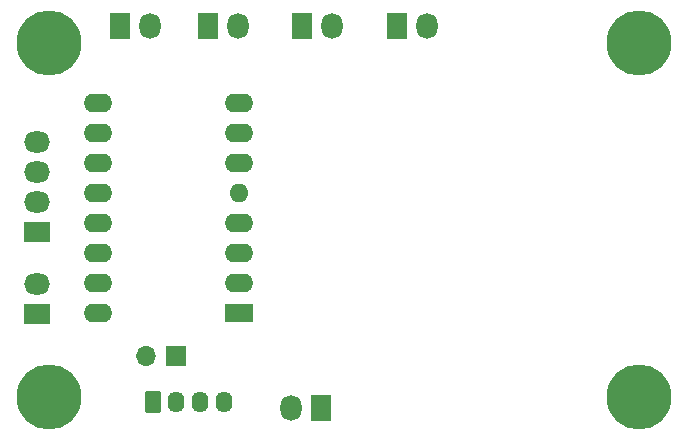
<source format=gbr>
%TF.GenerationSoftware,KiCad,Pcbnew,7.0.11-2.fc39*%
%TF.CreationDate,2024-04-03T17:16:26+02:00*%
%TF.ProjectId,CarteMPP,43617274-654d-4505-902e-6b696361645f,rev?*%
%TF.SameCoordinates,Original*%
%TF.FileFunction,Soldermask,Bot*%
%TF.FilePolarity,Negative*%
%FSLAX46Y46*%
G04 Gerber Fmt 4.6, Leading zero omitted, Abs format (unit mm)*
G04 Created by KiCad (PCBNEW 7.0.11-2.fc39) date 2024-04-03 17:16:26*
%MOMM*%
%LPD*%
G01*
G04 APERTURE LIST*
G04 Aperture macros list*
%AMRoundRect*
0 Rectangle with rounded corners*
0 $1 Rounding radius*
0 $2 $3 $4 $5 $6 $7 $8 $9 X,Y pos of 4 corners*
0 Add a 4 corners polygon primitive as box body*
4,1,4,$2,$3,$4,$5,$6,$7,$8,$9,$2,$3,0*
0 Add four circle primitives for the rounded corners*
1,1,$1+$1,$2,$3*
1,1,$1+$1,$4,$5*
1,1,$1+$1,$6,$7*
1,1,$1+$1,$8,$9*
0 Add four rect primitives between the rounded corners*
20,1,$1+$1,$2,$3,$4,$5,0*
20,1,$1+$1,$4,$5,$6,$7,0*
20,1,$1+$1,$6,$7,$8,$9,0*
20,1,$1+$1,$8,$9,$2,$3,0*%
G04 Aperture macros list end*
%ADD10R,1.700000X1.700000*%
%ADD11O,1.700000X1.700000*%
%ADD12C,5.500000*%
%ADD13R,1.800000X2.200000*%
%ADD14O,1.800000X2.200000*%
%ADD15RoundRect,0.102000X-0.600000X-0.800000X0.600000X-0.800000X0.600000X0.800000X-0.600000X0.800000X0*%
%ADD16O,1.404000X1.804000*%
%ADD17R,2.200000X1.800000*%
%ADD18O,2.200000X1.800000*%
%ADD19R,2.400000X1.600000*%
%ADD20O,2.400000X1.600000*%
%ADD21O,1.600000X1.600000*%
G04 APERTURE END LIST*
D10*
%TO.C,J15*%
X139900000Y-113200000D03*
D11*
X137360000Y-113200000D03*
%TD*%
D12*
%TO.C,J9*%
X129100000Y-86700000D03*
%TD*%
D13*
%TO.C,J14*%
X152140000Y-117600000D03*
D14*
X149600000Y-117600000D03*
%TD*%
D13*
%TO.C,J4*%
X150560000Y-85300000D03*
D14*
X153100000Y-85300000D03*
%TD*%
D12*
%TO.C,J11*%
X179100000Y-86700000D03*
%TD*%
%TO.C,J12*%
X179100000Y-116700000D03*
%TD*%
D15*
%TO.C,J16*%
X137900000Y-117100000D03*
D16*
X139900000Y-117100000D03*
X141900000Y-117100000D03*
X143900000Y-117100000D03*
%TD*%
D13*
%TO.C,J3*%
X135100000Y-85300000D03*
D14*
X137640000Y-85300000D03*
%TD*%
D13*
%TO.C,J8*%
X142560000Y-85300000D03*
D14*
X145100000Y-85300000D03*
%TD*%
D17*
%TO.C,J5*%
X128100000Y-102700000D03*
D18*
X128100000Y-100160000D03*
X128100000Y-97620000D03*
X128100000Y-95080000D03*
%TD*%
D13*
%TO.C,J7*%
X158560000Y-85300000D03*
D14*
X161100000Y-85300000D03*
%TD*%
D19*
%TO.C,J1*%
X145200000Y-109600000D03*
D20*
X145200000Y-107060000D03*
X145200000Y-104520000D03*
X145200000Y-101980000D03*
D21*
X145200000Y-99440000D03*
D20*
X145200000Y-96900000D03*
X145200000Y-94360000D03*
X145200000Y-91820000D03*
X133280000Y-91820000D03*
X133262000Y-94360000D03*
X133262000Y-96900000D03*
X133262000Y-99440000D03*
X133262000Y-101980000D03*
X133262000Y-104520000D03*
X133262000Y-107060000D03*
X133262000Y-109600000D03*
%TD*%
D17*
%TO.C,J2*%
X128100000Y-109700000D03*
D18*
X128100000Y-107160000D03*
%TD*%
D12*
%TO.C,J10*%
X129100000Y-116700000D03*
%TD*%
M02*

</source>
